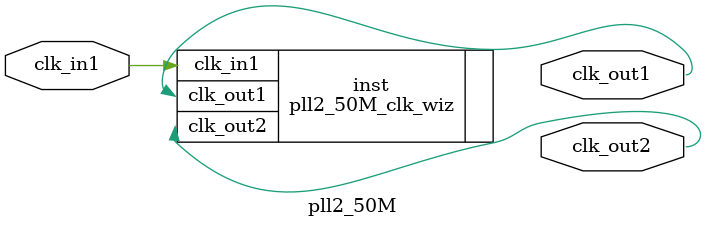
<source format=v>


`timescale 1ps/1ps

(* CORE_GENERATION_INFO = "pll2_50M,clk_wiz_v5_4_3_0,{component_name=pll2_50M,use_phase_alignment=true,use_min_o_jitter=false,use_max_i_jitter=false,use_dyn_phase_shift=false,use_inclk_switchover=false,use_dyn_reconfig=false,enable_axi=0,feedback_source=FDBK_AUTO,PRIMITIVE=MMCM,num_out_clk=2,clkin1_period=8.000,clkin2_period=10.000,use_power_down=false,use_reset=false,use_locked=false,use_inclk_stopped=false,feedback_type=SINGLE,CLOCK_MGR_TYPE=NA,manual_override=false}" *)

module pll2_50M 
 (
  // Clock out ports
  output        clk_out1,
  output        clk_out2,
 // Clock in ports
  input         clk_in1
 );

  pll2_50M_clk_wiz inst
  (
  // Clock out ports  
  .clk_out1(clk_out1),
  .clk_out2(clk_out2),
 // Clock in ports
  .clk_in1(clk_in1)
  );

endmodule

</source>
